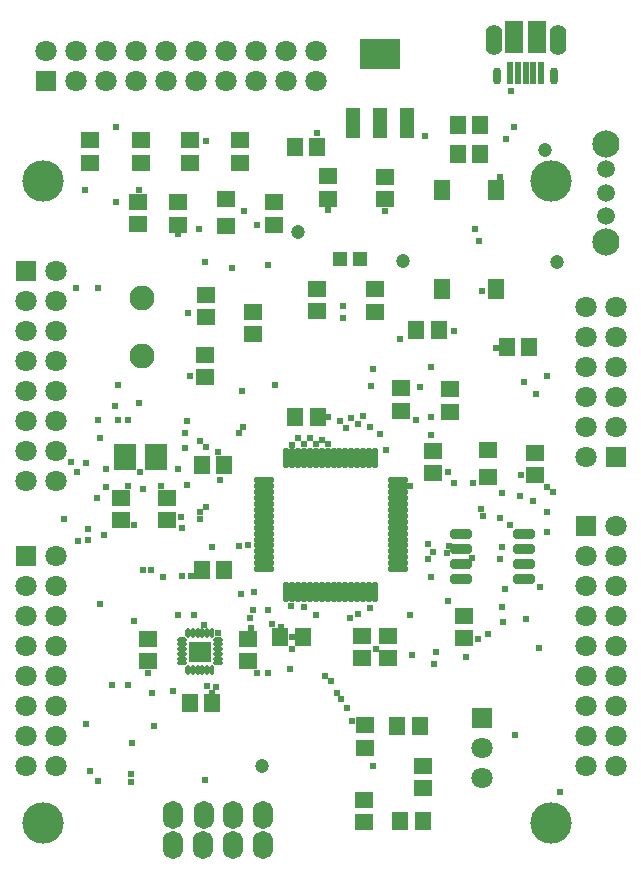
<source format=gbr>
%TF.GenerationSoftware,Altium Limited,Altium Designer,20.2.5 (213)*%
G04 Layer_Color=8388736*
%FSLAX45Y45*%
%MOMM*%
%TF.SameCoordinates,0B4FD596-2A60-4D0F-BAE7-1B06E363B609*%
%TF.FilePolarity,Negative*%
%TF.FileFunction,Soldermask,Top*%
%TF.Part,Single*%
G01*
G75*
%TA.AperFunction,ComponentPad*%
%ADD39O,0.73000X1.46000*%
%ADD46C,1.51120*%
%ADD47C,2.30320*%
%ADD48C,1.80320*%
%ADD49R,1.80320X1.80320*%
%ADD50C,2.10820*%
%ADD51R,1.80320X1.80320*%
%ADD52O,1.72720X2.38760*%
%ADD53O,1.40320X2.60320*%
%TA.AperFunction,ViaPad*%
%ADD54C,0.60320*%
%ADD55C,1.20320*%
%ADD56C,3.50320*%
%TA.AperFunction,SMDPad,CuDef*%
%ADD66R,1.60020X1.47320*%
%ADD67R,1.40320X1.60320*%
G04:AMPARAMS|DCode=68|XSize=1.7832mm|YSize=0.8032mm|CornerRadius=0.1766mm|HoleSize=0mm|Usage=FLASHONLY|Rotation=0.000|XOffset=0mm|YOffset=0mm|HoleType=Round|Shape=RoundedRectangle|*
%AMROUNDEDRECTD68*
21,1,1.78320,0.45000,0,0,0.0*
21,1,1.43000,0.80320,0,0,0.0*
1,1,0.35320,0.71500,-0.22500*
1,1,0.35320,-0.71500,-0.22500*
1,1,0.35320,-0.71500,0.22500*
1,1,0.35320,0.71500,0.22500*
%
%ADD68ROUNDEDRECTD68*%
G04:AMPARAMS|DCode=69|XSize=1.7632mm|YSize=0.4832mm|CornerRadius=0.1716mm|HoleSize=0mm|Usage=FLASHONLY|Rotation=90.000|XOffset=0mm|YOffset=0mm|HoleType=Round|Shape=RoundedRectangle|*
%AMROUNDEDRECTD69*
21,1,1.76320,0.14000,0,0,90.0*
21,1,1.42000,0.48320,0,0,90.0*
1,1,0.34320,0.07000,0.71000*
1,1,0.34320,0.07000,-0.71000*
1,1,0.34320,-0.07000,-0.71000*
1,1,0.34320,-0.07000,0.71000*
%
%ADD69ROUNDEDRECTD69*%
G04:AMPARAMS|DCode=70|XSize=1.7632mm|YSize=0.4832mm|CornerRadius=0.1716mm|HoleSize=0mm|Usage=FLASHONLY|Rotation=180.000|XOffset=0mm|YOffset=0mm|HoleType=Round|Shape=RoundedRectangle|*
%AMROUNDEDRECTD70*
21,1,1.76320,0.14000,0,0,180.0*
21,1,1.42000,0.48320,0,0,180.0*
1,1,0.34320,-0.71000,0.07000*
1,1,0.34320,0.71000,0.07000*
1,1,0.34320,0.71000,-0.07000*
1,1,0.34320,-0.71000,-0.07000*
%
%ADD70ROUNDEDRECTD70*%
%ADD71R,1.60320X1.40320*%
%ADD72R,1.20320X2.60320*%
%ADD73R,3.50320X2.60320*%
%ADD74R,1.30000X1.20000*%
%TA.AperFunction,ConnectorPad*%
%ADD75R,1.62820X2.70320*%
%ADD76R,0.60320X1.95320*%
%TA.AperFunction,SMDPad,CuDef*%
%ADD77R,1.90320X1.74320*%
G04:AMPARAMS|DCode=78|XSize=0.4232mm|YSize=0.8432mm|CornerRadius=0.1291mm|HoleSize=0mm|Usage=FLASHONLY|Rotation=0.000|XOffset=0mm|YOffset=0mm|HoleType=Round|Shape=RoundedRectangle|*
%AMROUNDEDRECTD78*
21,1,0.42320,0.58500,0,0,0.0*
21,1,0.16500,0.84320,0,0,0.0*
1,1,0.25820,0.08250,-0.29250*
1,1,0.25820,-0.08250,-0.29250*
1,1,0.25820,-0.08250,0.29250*
1,1,0.25820,0.08250,0.29250*
%
%ADD78ROUNDEDRECTD78*%
G04:AMPARAMS|DCode=79|XSize=0.8432mm|YSize=0.4232mm|CornerRadius=0.1291mm|HoleSize=0mm|Usage=FLASHONLY|Rotation=0.000|XOffset=0mm|YOffset=0mm|HoleType=Round|Shape=RoundedRectangle|*
%AMROUNDEDRECTD79*
21,1,0.84320,0.16500,0,0,0.0*
21,1,0.58500,0.42320,0,0,0.0*
1,1,0.25820,0.29250,-0.08250*
1,1,0.25820,-0.29250,-0.08250*
1,1,0.25820,-0.29250,0.08250*
1,1,0.25820,0.29250,0.08250*
%
%ADD79ROUNDEDRECTD79*%
%ADD80R,1.85320X2.20320*%
%ADD81R,1.47320X1.72720*%
D39*
X12547900Y10520500D02*
D03*
X13032899D02*
D03*
D46*
X13473134Y9331192D02*
D03*
Y9731192D02*
D03*
Y9531192D02*
D03*
D47*
Y9116192D02*
D03*
Y9946192D02*
D03*
D48*
X12420600Y4826000D02*
D03*
Y4572000D02*
D03*
X8724900Y10731500D02*
D03*
X8978900D02*
D03*
X9232900D02*
D03*
X9486900D02*
D03*
X9740900D02*
D03*
X9994900D02*
D03*
X10248900D02*
D03*
X10502900D02*
D03*
X10756900D02*
D03*
X11010900D02*
D03*
Y10477500D02*
D03*
X10756900D02*
D03*
X10502900D02*
D03*
X10248900D02*
D03*
X9994900D02*
D03*
X9740900D02*
D03*
X9486900D02*
D03*
X9232900D02*
D03*
X8978900D02*
D03*
X13296899Y6451600D02*
D03*
Y6197600D02*
D03*
Y5943600D02*
D03*
Y5689600D02*
D03*
Y5435600D02*
D03*
Y5181600D02*
D03*
Y4927600D02*
D03*
Y4673600D02*
D03*
X13550900D02*
D03*
Y4927600D02*
D03*
Y5181600D02*
D03*
Y5435600D02*
D03*
Y5689600D02*
D03*
Y5943600D02*
D03*
Y6197600D02*
D03*
Y6451600D02*
D03*
Y6705600D02*
D03*
X8558234Y6203792D02*
D03*
Y5949792D02*
D03*
Y5695792D02*
D03*
Y5441792D02*
D03*
Y5187792D02*
D03*
Y4933792D02*
D03*
Y4679792D02*
D03*
X8812234D02*
D03*
Y4933792D02*
D03*
Y5187792D02*
D03*
Y5441792D02*
D03*
Y5695792D02*
D03*
Y5949792D02*
D03*
Y6203792D02*
D03*
Y6457792D02*
D03*
Y8864252D02*
D03*
Y8610252D02*
D03*
Y8356252D02*
D03*
Y8102252D02*
D03*
Y7848252D02*
D03*
Y7594252D02*
D03*
Y7340252D02*
D03*
Y7086252D02*
D03*
X8558234D02*
D03*
Y7340252D02*
D03*
Y7594252D02*
D03*
Y7848252D02*
D03*
Y8102252D02*
D03*
Y8356252D02*
D03*
Y8610252D02*
D03*
X13550999Y8559372D02*
D03*
Y8305372D02*
D03*
Y8051372D02*
D03*
Y7797372D02*
D03*
Y7543372D02*
D03*
X13296999Y8559372D02*
D03*
Y8305372D02*
D03*
Y8051372D02*
D03*
Y7797372D02*
D03*
Y7543372D02*
D03*
Y7289372D02*
D03*
D49*
X12420600Y5080000D02*
D03*
X13296899Y6705600D02*
D03*
X8558234Y6457792D02*
D03*
Y8864252D02*
D03*
X13550999Y7289372D02*
D03*
D50*
X9537700Y8636000D02*
D03*
Y8146004D02*
D03*
D51*
X8724900Y10477500D02*
D03*
D52*
X10564830Y4007337D02*
D03*
X10310830D02*
D03*
X10058100D02*
D03*
X9802830D02*
D03*
X9805370Y4261337D02*
D03*
X10061910D02*
D03*
X10313370D02*
D03*
X10564830D02*
D03*
D53*
X12517900Y10823500D02*
D03*
X13062900D02*
D03*
D54*
X10167676Y5344514D02*
D03*
X10133924Y5294907D02*
D03*
X10185400Y5803900D02*
D03*
X10604500Y5994400D02*
D03*
X11137900Y5397500D02*
D03*
X11087100Y5435600D02*
D03*
X10807700Y5664200D02*
D03*
X9626600Y5295900D02*
D03*
X10604500Y5461000D02*
D03*
X10515600D02*
D03*
X10795000Y5499100D02*
D03*
X10812260Y5770000D02*
D03*
X10718800Y5854700D02*
D03*
X11518900Y5664200D02*
D03*
X11473801Y6009433D02*
D03*
X9613900Y6337300D02*
D03*
X9715500Y6273800D02*
D03*
X9474200Y5905500D02*
D03*
X9842500Y5957100D02*
D03*
X10067447Y5870782D02*
D03*
X12127700Y7162800D02*
D03*
X11811000Y5956300D02*
D03*
X11988800Y6273800D02*
D03*
X12573000Y6426200D02*
D03*
X12332500Y6438900D02*
D03*
X10363200Y6540500D02*
D03*
X10198100Y7099300D02*
D03*
X12126900Y6474953D02*
D03*
X12141200Y6540500D02*
D03*
X11963400Y6553200D02*
D03*
X12001500Y6489700D02*
D03*
X9334500Y7899400D02*
D03*
X9308300Y7721600D02*
D03*
X9232900Y7035800D02*
D03*
X9155909Y6946109D02*
D03*
X9880600Y6692900D02*
D03*
X9867900Y6781800D02*
D03*
X10034442Y6769100D02*
D03*
X10032200Y6829058D02*
D03*
X9550400Y7023100D02*
D03*
X9423400Y7046900D02*
D03*
X9474200Y6718300D02*
D03*
X10083800Y6869900D02*
D03*
X9523900Y7162000D02*
D03*
X9512300Y7747000D02*
D03*
X10299700Y8890000D02*
D03*
X10401300Y9372600D02*
D03*
X10515600Y9258300D02*
D03*
X11861800Y7607300D02*
D03*
X11898800Y7886700D02*
D03*
X10604500Y8915400D02*
D03*
X10071100Y8940800D02*
D03*
X10020300Y9220200D02*
D03*
X10082420Y9969500D02*
D03*
X11310400Y7624670D02*
D03*
X11468100Y7549568D02*
D03*
X11480198Y7893535D02*
D03*
X11494300Y8033535D02*
D03*
X11556200Y7483012D02*
D03*
X11266375Y7534100D02*
D03*
X10388600Y7848600D02*
D03*
X10668000Y7898600D02*
D03*
X11988800Y8057500D02*
D03*
X11410400Y7641250D02*
D03*
X11239500Y8470100D02*
D03*
X11607800Y7354100D02*
D03*
X11315700Y5054600D02*
D03*
X11277600Y5168900D02*
D03*
X12026900Y5638000D02*
D03*
X11823700Y5613400D02*
D03*
X12280900Y5600700D02*
D03*
X12598400Y5892800D02*
D03*
X12585700Y6019800D02*
D03*
X12788900Y5918200D02*
D03*
X11012900Y5956300D02*
D03*
X12014200Y5537200D02*
D03*
X12471400Y5791200D02*
D03*
X12382500Y5753100D02*
D03*
X12903200Y5676900D02*
D03*
X9096805Y4631895D02*
D03*
X9068600Y5029200D02*
D03*
X9283700Y5359400D02*
D03*
X12585700Y6985000D02*
D03*
X12738100Y6962600D02*
D03*
X12965900Y6822600D02*
D03*
Y6654800D02*
D03*
X12852400Y6922600D02*
D03*
X9956800Y6286500D02*
D03*
X9880600D02*
D03*
X9982200Y5957100D02*
D03*
X13081000Y4457700D02*
D03*
X10439400Y6543300D02*
D03*
X10071100Y4559300D02*
D03*
X12344400Y7075800D02*
D03*
X12179300Y7073900D02*
D03*
X12407100Y6850279D02*
D03*
X12585700Y6527800D02*
D03*
X12611100Y6172200D02*
D03*
X12914099Y6193297D02*
D03*
X12128500Y6070600D02*
D03*
X9842160Y9181300D02*
D03*
X9169400Y8724900D02*
D03*
X9944100Y7975600D02*
D03*
X12654260Y6713240D02*
D03*
X12572200Y6772600D02*
D03*
X12700000Y4940300D02*
D03*
X11303000Y5930900D02*
D03*
X12874335Y7826666D02*
D03*
X12432200Y6795462D02*
D03*
X13017500Y6997700D02*
D03*
X12966701Y7035800D02*
D03*
X11988800Y7480300D02*
D03*
Y7632700D02*
D03*
X12179300Y8356600D02*
D03*
X11938000Y10007600D02*
D03*
X12357900Y9220200D02*
D03*
X12395200Y9118600D02*
D03*
X10809300Y7391575D02*
D03*
X11366375Y7569200D02*
D03*
X11722100Y8293100D02*
D03*
X12534900Y8216900D02*
D03*
X12776200Y7924800D02*
D03*
X12966701Y7975600D02*
D03*
X12750800Y7137400D02*
D03*
X11805800Y7043300D02*
D03*
X11023600Y10033000D02*
D03*
X11493500Y4673600D02*
D03*
X9804400Y5308600D02*
D03*
X10911000Y6019800D02*
D03*
X10483790Y5993600D02*
D03*
X10642600Y5880100D02*
D03*
X10804300Y6032500D02*
D03*
X10464800Y5842000D02*
D03*
X10093324Y5355365D02*
D03*
X9588500Y5461000D02*
D03*
X10031434Y5640366D02*
D03*
X11226800Y5244300D02*
D03*
X9640400Y5016500D02*
D03*
X9460400Y4868490D02*
D03*
X9906000Y7493000D02*
D03*
X8877300Y6769100D02*
D03*
X10363200Y7493000D02*
D03*
X10393306Y7544900D02*
D03*
X10858500Y7454900D02*
D03*
X10909300Y7404100D02*
D03*
X11963400Y6426200D02*
D03*
X9068600Y7239000D02*
D03*
X10134600Y6527800D02*
D03*
X11112900Y7404100D02*
D03*
X11061700Y7439800D02*
D03*
X9220200Y6629400D02*
D03*
X9182100Y6045200D02*
D03*
X10033000Y7429500D02*
D03*
X9906800Y7366000D02*
D03*
X9842500Y7188200D02*
D03*
X9702800Y7048500D02*
D03*
X9918700Y7594600D02*
D03*
X11011500Y7404100D02*
D03*
X10960100Y7454900D02*
D03*
X9550400Y6337300D02*
D03*
X11216375Y7596875D02*
D03*
X11188700Y5295900D02*
D03*
X11367900Y5965818D02*
D03*
X9918967Y7055978D02*
D03*
X10490200Y6146800D02*
D03*
X9931400Y8509000D02*
D03*
X10184600Y7336300D02*
D03*
X10083009Y7379491D02*
D03*
X11112900Y7631030D02*
D03*
X9424500Y5359400D02*
D03*
X8940800Y7251700D02*
D03*
X9080500Y6680200D02*
D03*
X10456300Y5930900D02*
D03*
X10375900Y6135234D02*
D03*
X9001992Y6578600D02*
D03*
X9080500Y6591300D02*
D03*
X12420600Y8699500D02*
D03*
X12573000Y9664700D02*
D03*
X12661900Y10388600D02*
D03*
X11239500Y8572500D02*
D03*
X11595100Y9372600D02*
D03*
X11112500Y9385300D02*
D03*
X9512300Y9550400D02*
D03*
X9448800Y4610100D02*
D03*
X9183200Y7454900D02*
D03*
X9334500Y7607300D02*
D03*
X9169400D02*
D03*
X8978900Y8724900D02*
D03*
X9232900Y7188200D02*
D03*
X8990800Y7162800D02*
D03*
X9423400Y7607300D02*
D03*
X9448800Y4540111D02*
D03*
X9169400Y4546600D02*
D03*
X12623800Y9982200D02*
D03*
X12687300Y10083800D02*
D03*
X9055100Y9550400D02*
D03*
X9321800Y9448800D02*
D03*
Y10083800D02*
D03*
D55*
X10553700Y4673600D02*
D03*
X10858500Y9194800D02*
D03*
X11747500Y8953500D02*
D03*
X13055600Y8940800D02*
D03*
X12953999Y9893300D02*
D03*
D56*
X8699500Y4191000D02*
D03*
X13004800D02*
D03*
Y9626600D02*
D03*
X8699500D02*
D03*
D66*
X10248900Y9245600D02*
D03*
Y9474200D02*
D03*
X12471400Y7124700D02*
D03*
Y7353300D02*
D03*
D67*
X10712260Y5766140D02*
D03*
X10902260D02*
D03*
X11030140Y7632360D02*
D03*
X10840140D02*
D03*
X10833100Y9918700D02*
D03*
X11023100D02*
D03*
X11729140Y4210320D02*
D03*
X11919140D02*
D03*
X11703740Y5010420D02*
D03*
X11893740D02*
D03*
X11861800Y8369300D02*
D03*
X12051800D02*
D03*
X9944600Y5207000D02*
D03*
X10134600D02*
D03*
X12215834Y9861392D02*
D03*
X12405834D02*
D03*
X12819960Y8222980D02*
D03*
X12629960D02*
D03*
X12216334Y10102692D02*
D03*
X12406334D02*
D03*
X10236200Y6337300D02*
D03*
X10046200D02*
D03*
X10236200Y7226300D02*
D03*
X10046200D02*
D03*
D68*
X12242500Y6642100D02*
D03*
Y6515100D02*
D03*
Y6388100D02*
D03*
Y6261100D02*
D03*
X12776500D02*
D03*
Y6388100D02*
D03*
Y6515100D02*
D03*
Y6642100D02*
D03*
D69*
X11512900Y7286300D02*
D03*
X11462900D02*
D03*
X11412900D02*
D03*
X11362900D02*
D03*
X11312900D02*
D03*
X11262900D02*
D03*
X11212900D02*
D03*
X11162900D02*
D03*
X11112900D02*
D03*
X11062900D02*
D03*
X11012900D02*
D03*
X10962900D02*
D03*
X10912900D02*
D03*
X10862900D02*
D03*
X10812900D02*
D03*
X10762900D02*
D03*
Y6150300D02*
D03*
X10812900D02*
D03*
X10862900D02*
D03*
X10912900D02*
D03*
X10962900D02*
D03*
X11012900D02*
D03*
X11062900D02*
D03*
X11112900D02*
D03*
X11162900D02*
D03*
X11212900D02*
D03*
X11262900D02*
D03*
X11312900D02*
D03*
X11362900D02*
D03*
X11412900D02*
D03*
X11462900D02*
D03*
X11512900D02*
D03*
D70*
X10569900Y7093300D02*
D03*
Y7043300D02*
D03*
Y6993300D02*
D03*
Y6943300D02*
D03*
Y6893300D02*
D03*
Y6843300D02*
D03*
Y6793300D02*
D03*
Y6743300D02*
D03*
Y6693300D02*
D03*
Y6643300D02*
D03*
Y6593300D02*
D03*
Y6543300D02*
D03*
Y6493300D02*
D03*
Y6443300D02*
D03*
Y6393300D02*
D03*
Y6343300D02*
D03*
X11705900D02*
D03*
Y6393300D02*
D03*
Y6443300D02*
D03*
Y6493300D02*
D03*
Y6543300D02*
D03*
Y6593300D02*
D03*
Y6643300D02*
D03*
Y6693300D02*
D03*
Y6743300D02*
D03*
Y6793300D02*
D03*
Y6843300D02*
D03*
Y6893300D02*
D03*
Y6943300D02*
D03*
Y6993300D02*
D03*
Y7043300D02*
D03*
Y7093300D02*
D03*
D71*
X11404600Y5588000D02*
D03*
Y5778000D02*
D03*
X12001160Y7156260D02*
D03*
Y7346260D02*
D03*
X10369820Y9975160D02*
D03*
Y9785160D02*
D03*
X9099820Y9975160D02*
D03*
Y9785160D02*
D03*
X9531620Y9975160D02*
D03*
Y9785160D02*
D03*
X9506220Y9454460D02*
D03*
Y9264460D02*
D03*
X9950720Y9975160D02*
D03*
Y9785160D02*
D03*
X12865100Y7137900D02*
D03*
Y7327900D02*
D03*
X9842160Y9448300D02*
D03*
Y9258300D02*
D03*
X11595100Y9474200D02*
D03*
Y9664200D02*
D03*
X11115505Y9477140D02*
D03*
Y9667140D02*
D03*
X11023260Y8717860D02*
D03*
Y8527860D02*
D03*
X10655300Y9448300D02*
D03*
Y9258300D02*
D03*
X11734800Y7684000D02*
D03*
Y7874000D02*
D03*
X11919220Y4679260D02*
D03*
Y4489260D02*
D03*
X11426434Y4832160D02*
D03*
Y5022160D02*
D03*
X12270407Y5757340D02*
D03*
Y5947340D02*
D03*
X11423808Y4390580D02*
D03*
Y4200580D02*
D03*
X9587736Y5562252D02*
D03*
Y5752252D02*
D03*
X10439400Y5752600D02*
D03*
Y5562600D02*
D03*
X11512900Y8521200D02*
D03*
Y8711200D02*
D03*
X12147820Y7866960D02*
D03*
Y7676960D02*
D03*
X10477500Y8331200D02*
D03*
Y8521200D02*
D03*
X9359900Y6946900D02*
D03*
Y6756900D02*
D03*
X9754234Y6946900D02*
D03*
Y6756900D02*
D03*
X10070760Y8159060D02*
D03*
Y7969060D02*
D03*
X10083460Y8667060D02*
D03*
Y8477060D02*
D03*
X11627825Y5778000D02*
D03*
Y5588000D02*
D03*
D72*
X11327000Y10124000D02*
D03*
X11557000D02*
D03*
X11787000D02*
D03*
D73*
X11557000Y10704000D02*
D03*
D74*
X11218000Y8966200D02*
D03*
X11388000D02*
D03*
D75*
X12694150Y10848500D02*
D03*
X12886650D02*
D03*
D76*
X12660400Y10541000D02*
D03*
X12725400D02*
D03*
X12790400D02*
D03*
X12855400D02*
D03*
X12920399D02*
D03*
D77*
X10031434Y5644992D02*
D03*
D78*
X9931434Y5799492D02*
D03*
X9971434D02*
D03*
X10011434D02*
D03*
X10051434D02*
D03*
X10091434D02*
D03*
X10131434D02*
D03*
Y5490492D02*
D03*
X10091434D02*
D03*
X10051434D02*
D03*
X10011434D02*
D03*
X9971434D02*
D03*
X9931434D02*
D03*
D79*
X10185934Y5744992D02*
D03*
Y5704992D02*
D03*
Y5664992D02*
D03*
Y5624992D02*
D03*
Y5584992D02*
D03*
Y5544992D02*
D03*
X9876934D02*
D03*
Y5584992D02*
D03*
Y5624992D02*
D03*
Y5664992D02*
D03*
Y5704992D02*
D03*
Y5744992D02*
D03*
D80*
X9398000Y7289800D02*
D03*
X9658000D02*
D03*
D81*
X12077700Y8712200D02*
D03*
X12534900D02*
D03*
X12077700Y9550400D02*
D03*
X12534900D02*
D03*
%TF.MD5,8f327c8c23908015daaca491fb54045b*%
M02*

</source>
